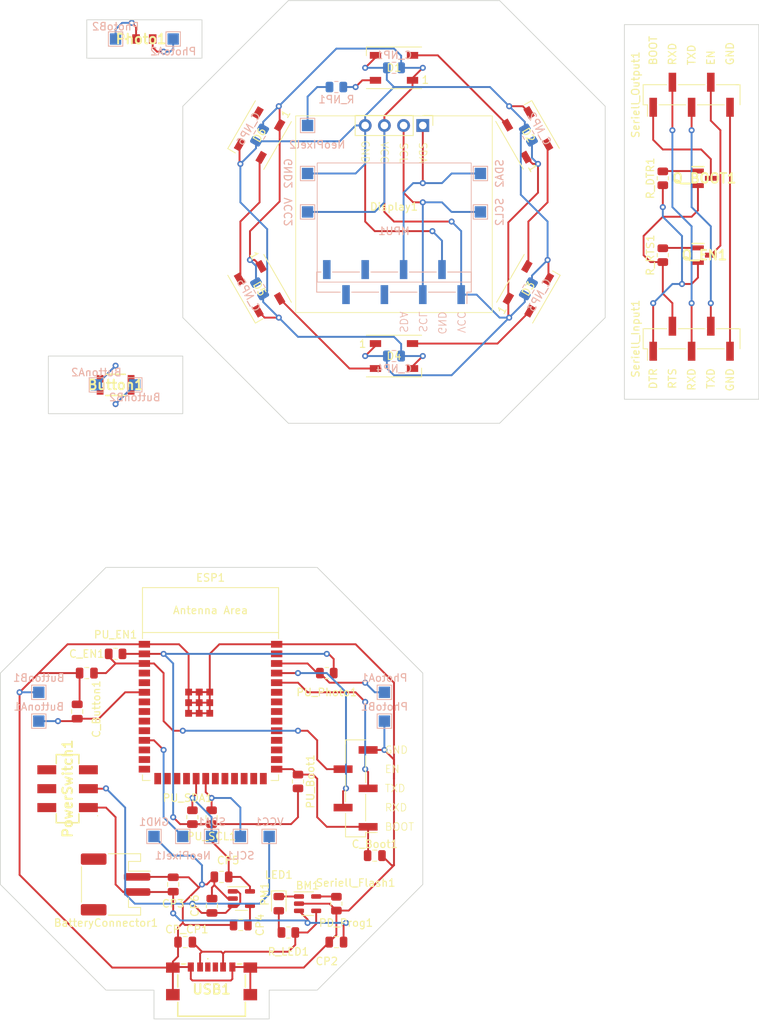
<source format=kicad_pcb>
(kicad_pcb (version 20221018) (generator pcbnew)
  (layers (0 "F.Cu" signal) (31 "B.Cu" signal) (34 "B.Paste" user) (35 "F.Paste" user) (36 "B.SilkS" user "B.Silkscreen") (37 "F.SilkS" user "F.Silkscreen") (38 "B.Mask" user) (39 "F.Mask" user) (44 "Edge.Cuts" user))
  (net 0 "")
  (net 1 "GND")
  (net 2 "+4V")
  (net 3 "+3.3V")
  (net 4 "Net-(D1-DOUT)")
  (net 5 "Net-(D1-DIN)")
  (net 6 "Net-(D2-DOUT)")
  (net 7 "Net-(D3-DOUT)")
  (net 8 "Net-(D4-DOUT)")
  (net 9 "Net-(D5-DOUT)")
  (net 11 "VCC_Top")
  (net 12 "GND_Top")
  (net 13 "Net-(Seriell_Input1-Pin_4)")
  (net 14 "Net-(Seriell_Input1-Pin_3)")
  (net 15 "Net-(Seriell_Input1-Pin_5)")
  (net 20 "Net-(BM1-V_{BAT})")
  (net 21 "Net-(BM1-STAT)")
  (net 22 "Net-(LED1-A)")
  (net 23 "Net-(BM1-V_{DD})")
  (net 28 "SDA_Top")
  (net 32 "Button")
  (net 33 "Boot")
  (net 34 "EN")
  (net 35 "Photo")
  (net 36 "Net-(Q_BOOT1-G)")
  (net 37 "Net-(Q_BOOT1-S)")
  (net 38 "Net-(Q_BOOT1-D)")
  (net 39 "Net-(Q_EN1-G)")
  (net 40 "Net-(Q_EN1-S)")
  (net 41 "Net-(Q_EN1-D)")
  (net 42 "RXD")
  (net 43 "TXD")
  (net 44 "Net-(Button1-Pad4)")
  (net 72 "Net-(Photo1-E)")
  (net 73 "Net-(Photo1-C)")
  (net 74 "Net-(Button1-Pad2)")
  (net 76 "SCL_Top")
  (net 77 "SDA_Bottom")
  (net 78 "SCL_Bottom")
  (net 79 "NeoPixel_Bottom")
  (net 80 "NeoPixel_Top")
  (net 81 "Net-(BM1-PROG)")
  (net 82 "Net-(PM1-Bypass)")
  (footprint "LED_SMD:LED_WS2812B_PLCC4_5.0x5.0mm_P3.2mm" (layer "F.Cu") (at 151.13 69.85)
    (fp_text reference "D4")
    (fp_text value "NP4")
  )
  (footprint "PCM_Espressif:ESP32-S3-WROOM-1" (layer "F.Cu") (at 126.86 116.21)
    (fp_text reference "ESP1")
    (fp_text value "ESP32-S3-WROOM-1")
  )
  (footprint "Connector_JST:JST_PH_S2B-PH-SM4-TB_1x02-1MP_P2.00mm_Horizontal" (layer "F.Cu") (at 114.3 139.7 -90)
    (fp_text reference "BatteryConnector1")
    (fp_text value "BatteryConnector")
  )
  (footprint "Capacitor_SMD:C_0805_2012Metric" (layer "F.Cu") (at 110.49 111.76)
    (fp_text reference "C_EN1")
    (fp_text value "470nF")
  )
  (footprint "2N7002:SOT96P240X120-3N" (layer "F.Cu") (at 192.19 46.355)
    (fp_text reference "Q_BOOT1")
    (fp_text value "2N7002" hide)
  )
  (footprint "Package_TO_SOT_SMD:SOT-23-5" (layer "F.Cu") (at 130.9425 141.565)
    (fp_text reference "PM1")
    (fp_text value "TC1185-xCT")
  )
  (footprint "Resistor_SMD:R_0805_2012Metric" (layer "F.Cu") (at 127 130.81 -90)
    (fp_text reference "PU_SCL1")
    (fp_text value "10kΩ")
  )
  (footprint "KMR631NGULCLFS:KMR621NG" (layer "F.Cu") (at 114.3 73.66)
    (fp_text reference "Button1")
    (fp_text value "KMR631NGULCLFS" hide)
  )
  (footprint "2N7002:SOT96P240X120-3N" (layer "F.Cu") (at 192.19 56.515)
    (fp_text reference "Q_EN1")
    (fp_text value "2N7002" hide)
  )
  (footprint "Resistor_SMD:R_0805_2012Metric" (layer "F.Cu") (at 142.24 111.76)
    (fp_text reference "PU_Photo1")
    (fp_text value "100kΩ")
  )
  (footprint "Package_TO_SOT_SMD:SOT-23-5" (layer "F.Cu") (at 139.7 142.24)
    (fp_text reference "BM1")
    (fp_text value "MCP73831-2-OT")
  )
  (footprint "Resistor_SMD:R_0805_2012Metric" (layer "F.Cu") (at 124.46 130.81 -90)
    (fp_text reference "PU_SDA1")
    (fp_text value "10kΩ")
  )
  (footprint "Capacitor_SMD:C_0805_2012Metric" (layer "F.Cu") (at 109.22 116.84 90)
    (fp_text reference "C_Button1")
    (fp_text value "0.1µF")
  )
  (footprint "Resistor_SMD:R_0805_2012Metric" (layer "F.Cu") (at 186.69 46.355 90)
    (fp_text reference "R_DTR1")
    (fp_text value "10kΩ")
  )
  (footprint "Capacitor_SMD:C_0805_2012Metric" (layer "F.Cu") (at 121.92 139.7 90)
    (fp_text reference "CP3")
    (fp_text value "1µF")
  )
  (footprint "Resistor_SMD:R_0805_2012Metric" (layer "F.Cu") (at 143.51 142.24 -90)
    (fp_text reference "PD_Prog1")
    (fp_text value "2kΩ")
  )
  (footprint "USB4135-GF-A:USB4135GFA" (layer "F.Cu") (at 127 153.67)
    (fp_text reference "USB1")
    (fp_text value "USB4135-GF-A" hide)
  )
  (footprint "Resistor_SMD:R_0805_2012Metric" (layer "F.Cu") (at 114.3 109.22)
    (fp_text reference "PU_EN1")
    (fp_text value "10kΩ")
  )
  (footprint "Resistor_SMD:R_0805_2012Metric" (layer "F.Cu") (at 186.69 56.515 90)
    (fp_text reference "R_RTS1")
    (fp_text value "10kΩ")
  )
  (footprint "Capacitor_SMD:C_0805_2012Metric" (layer "F.Cu") (at 123.51 147.32 180)
    (fp_text reference "CP_CP1")
    (fp_text value "4.7µF")
  )
  (footprint "Connector_PinHeader_2.54mm:PinHeader_1x05_P2.54mm_Vertical_SMD_Pin1Left" (layer "F.Cu") (at 190.5 35.31 90)
    (fp_text reference "Seriell_Output1")
    (fp_text value "Output")
  )
  (footprint "Resistor_SMD:R_0805_2012Metric" (layer "F.Cu") (at 138.43 126.0875 -90)
    (fp_text reference "PU_Boot1")
    (fp_text value "10kΩ")
  )
  (footprint "LED_SMD:LED_WS2812B_PLCC4_5.0x5.0mm_P3.2mm" (layer "F.Cu") (at 168.796058 40.613238 120)
    (fp_text reference "D2")
    (fp_text value "NP2")
  )
  (footprint "Connector_PinHeader_2.54mm:PinHeader_1x04_P2.54mm_Vertical" (layer "F.Cu") (at 154.94 39.37 -90)
    (fp_text reference "Display1")
    (fp_text value "OLED Display")
  )
  (footprint "Capacitor_SMD:C_0805_2012Metric" (layer "F.Cu") (at 127.045 142.515 90)
    (fp_text reference "CP6")
    (fp_text value "1µF")
  )
  (footprint "Connector_PinHeader_2.54mm:PinHeader_1x05_P2.54mm_Vertical_SMD_Pin1Left" (layer "F.Cu") (at 146.05 127 180)
    (fp_text reference "Seriell_Flash1")
    (fp_text value "Flash")
  )
  (footprint "Capacitor_SMD:C_0805_2012Metric" (layer "F.Cu") (at 130.855 145.055 180)
    (fp_text reference "CP4")
    (fp_text value "470pF")
  )
  (footprint "LED_SMD:LED_WS2812B_PLCC4_5.0x5.0mm_P3.2mm" (layer "F.Cu") (at 168.91 60.96 60)
    (fp_text reference "D3")
    (fp_text value "NP3")
  )
  (footprint "Capacitor_SMD:C_0805_2012Metric" (layer "F.Cu") (at 148.59 135.89 180)
    (fp_text reference "C_Boot1")
    (fp_text value "0.1µF")
  )
  (footprint "Connector_PinHeader_2.54mm:PinHeader_1x05_P2.54mm_Vertical_SMD_Pin1Left" (layer "F.Cu") (at 190.5 67.56 90)
    (fp_text reference "Seriell_Input1")
    (fp_text value "Input")
  )
  (footprint "Resistor_SMD:R_0805_2012Metric" (layer "F.Cu") (at 137.16 146.05 180)
    (fp_text reference "R_LED1")
    (fp_text value "330Ω")
  )
  (footprint "SFH_3711:SFH3711" (layer "F.Cu") (at 118.11 27.94)
    (fp_text reference "Photo1")
    (fp_text value "SFH_3711" hide)
  )
  (footprint "LED_SMD:LED_WS2812B_PLCC4_5.0x5.0mm_P3.2mm" (layer "F.Cu") (at 133.35 40.64 -120)
    (fp_text reference "D6")
    (fp_text value "NP6")
  )
  (footprint "JS202011SCQN:JS202011SCQN" (layer "F.Cu") (at 107.95 127.04 90)
    (fp_text reference "PowerSwitch1")
    (fp_text value "JS202011SCQN" hide)
  )
  (footprint "LED_SMD:LED_WS2812B_PLCC4_5.0x5.0mm_P3.2mm" (layer "F.Cu") (at 151.13 31.75 180)
    (fp_text reference "D1")
    (fp_text value "NP1")
  )
  (footprint "Capacitor_SMD:C_0805_2012Metric" (layer "F.Cu") (at 128.315 138.705 180)
    (fp_text reference "CP5")
    (fp_text value "1µF")
  )
  (footprint "LED_SMD:LED_0805_2012Metric" (layer "F.Cu") (at 135.89 142.24 -90)
    (fp_text reference "LED1")
    (fp_text value "LED")
  )
  (footprint "Capacitor_SMD:C_0805_2012Metric" (layer "F.Cu") (at 143.51 147.32 180)
    (fp_text reference "CP2")
    (fp_text value "4.7µF")
  )
  (footprint "LED_SMD:LED_WS2812B_PLCC4_5.0x5.0mm_P3.2mm" (layer "F.Cu") (at 133.35 60.96 -60)
    (fp_text reference "D5")
    (fp_text value "NP5")
  )
  (footprint "TestPoint:TestPoint_Pad_1.5x1.5mm" (layer "B.Cu") (at 114.3 27.94 180)
    (fp_text reference "PhotoB2")
    (fp_text value "PhotoB2")
  )
  (footprint "Capacitor_SMD:C_0805_2012Metric" (layer "B.Cu") (at 168.91 40.64 120)
    (fp_text reference "C_NP2")
    (fp_text value "0.1µF")
  )
  (footprint "TestPoint:TestPoint_Pad_1.5x1.5mm" (layer "B.Cu") (at 121.92 27.94)
    (fp_text reference "PhotoA2")
    (fp_text value "PhotoA2")
  )
  (footprint "TestPoint:TestPoint_Pad_1.5x1.5mm" (layer "B.Cu") (at 139.7 39.37)
    (fp_text reference "NeoPixel2")
    (fp_text value "NeoPixel2")
  )
  (footprint "Capacitor_SMD:C_0805_2012Metric" (layer "B.Cu") (at 151.13 69.85)
    (fp_text reference "C_NP4")
    (fp_text value "0.1µF")
  )
  (footprint "Resistor_SMD:R_0805_2012Metric" (layer "B.Cu") (at 143.51 34.29)
    (fp_text reference "R_NP1")
    (fp_text value "330Ω")
  )
  (footprint "TestPoint:TestPoint_Pad_1.5x1.5mm" (layer "B.Cu") (at 127 133.35 90)
    (fp_text reference "SDA1")
    (fp_text value "SDA1")
  )
  (footprint "Connector_PinHeader_2.54mm:PinHeader_1x08_P2.54mm_Vertical_SMD_Pin1Left" (layer "B.Cu") (at 151.13 60.075 90)
    (fp_text reference "MPU1")
    (fp_text value "Conn_01x08_Pin")
  )
  (footprint "TestPoint:TestPoint_Pad_1.5x1.5mm" (layer "B.Cu") (at 104.14 114.3 180)
    (fp_text reference "ButtonB1")
    (fp_text value "ButtonB1")
  )
  (footprint "TestPoint:TestPoint_Pad_1.5x1.5mm" (layer "B.Cu") (at 119.38 133.35 90)
    (fp_text reference "GND1")
    (fp_text value "GND1")
  )
  (footprint "Capacitor_SMD:C_0805_2012Metric" (layer "B.Cu") (at 168.91 60.96 60)
    (fp_text reference "C_NP3")
    (fp_text value "0.1µF")
  )
  (footprint "Capacitor_SMD:C_0805_2012Metric" (layer "B.Cu") (at 151.13 31.75 180)
    (fp_text reference "C_NP1")
    (fp_text value "0.1µF")
  )
  (footprint "TestPoint:TestPoint_Pad_1.5x1.5mm" (layer "B.Cu") (at 116.84 73.66)
    (fp_text reference "ButtonB2")
    (fp_text value "ButtonB2")
  )
  (footprint "TestPoint:TestPoint_Pad_1.5x1.5mm" (layer "B.Cu") (at 123.19 133.35 -90)
    (fp_text reference "NeoPixel1")
    (fp_text value "NeoPixel1")
  )
  (footprint "TestPoint:TestPoint_Pad_1.5x1.5mm" (layer "B.Cu") (at 162.56 45.72 180)
    (fp_text reference "SDA2")
    (fp_text value "SDA2")
  )
  (footprint "Capacitor_SMD:C_0805_2012Metric" (layer "B.Cu") (at 133.35 60.96 -60)
    (fp_text reference "C_NP5")
    (fp_text value "0.1µF")
  )
  (footprint "TestPoint:TestPoint_Pad_1.5x1.5mm" (layer "B.Cu") (at 104.14 118.11 90)
    (fp_text reference "ButtonA1")
    (fp_text value "ButtonA1")
  )
  (footprint "TestPoint:TestPoint_Pad_1.5x1.5mm" (layer "B.Cu") (at 134.62 133.35 90)
    (fp_text reference "VCC1")
    (fp_text value "VCC1")
  )
  (footprint "TestPoint:TestPoint_Pad_1.5x1.5mm" (layer "B.Cu") (at 149.86 118.11 180)
    (fp_text reference "PhotoB1")
    (fp_text value "PhotoB1")
  )
  (footprint "Capacitor_SMD:C_0805_2012Metric" (layer "B.Cu") (at 133.35 40.64 -120)
    (fp_text reference "C_NP6")
    (fp_text value "0.1µF")
  )
  (footprint "TestPoint:TestPoint_Pad_1.5x1.5mm" (layer "B.Cu") (at 130.81 133.35 90)
    (fp_text reference "SCL1")
    (fp_text value "SCL1")
  )
  (footprint "TestPoint:TestPoint_Pad_1.5x1.5mm" (layer "B.Cu") (at 162.56 50.8)
    (fp_text reference "SCL2")
    (fp_text value "SCL2")
  )
  (footprint "TestPoint:TestPoint_Pad_1.5x1.5mm" (layer "B.Cu") (at 139.7 45.72)
    (fp_text reference "GND2")
    (fp_text value "GND2")
  )
  (footprint "TestPoint:TestPoint_Pad_1.5x1.5mm" (layer "B.Cu") (at 111.76 73.66 180)
    (fp_text reference "ButtonA2")
    (fp_text value "ButtonA2")
  )
  (footprint "TestPoint:TestPoint_Pad_1.5x1.5mm" (layer "B.Cu") (at 149.86 114.3 180)
    (fp_text reference "PhotoA1")
    (fp_text value "PhotoA1")
  )
  (footprint "TestPoint:TestPoint_Pad_1.5x1.5mm" (layer "B.Cu") (at 139.7 50.8 180)
    (fp_text reference "VCC2")
    (fp_text value "VCC2")
  )
  (gr_rect (start 181.61 75.565) (end 199.39 26.035) (stroke (width 0.1)) (fill none) (layer "Edge.Cuts"))
  (gr_poly (pts (xy 123.19 36.83) (xy 137.16 22.86) (xy 165.1 22.86) (xy 179.07 36.83) (xy 179.07 64.77) (xy 165.1 78.74) (xy 137.16 78.74) (xy 123.19 64.77)) (stroke (width 0.1)) (fill none) (layer "Edge.Cuts"))
  (gr_rect (start 105.41 69.85) (end 123.19 77.47) (stroke (width 0.1)) (fill none) (layer "Edge.Cuts"))
  (gr_rect (start 110.49 25.4) (end 125.73 30.48) (stroke (width 0.1)) (fill none) (layer "Edge.Cuts"))
  (gr_poly (pts (xy 113.03 97.79) (xy 140.97 97.79) (xy 154.94 111.76) (xy 154.94 139.7) (xy 140.97 153.67) (xy 134.62 153.67) (xy 134.62 157.48) (xy 119.38 157.48) (xy 119.38 153.67) (xy 113.03 153.67) (xy 99.06 139.7) (xy 99.06 111.76)) (stroke (width 0.1)) (fill none) (layer "Edge.Cuts"))
  (segment (start 132.125 150.69) (end 139.19 150.69) (width 0.25) (layer "F.Cu") (net 1))
  (segment (start 126.76 115.67) (end 123.96 115.67) (width 0.25) (layer "F.Cu") (net 1))
  (segment (start 124.25 152.19) (end 124.25 150.615) (width 0.25) (layer "F.Cu") (net 1))
  (segment (start 135.61 107.95) (end 128.03 107.95) (width 0.25) (layer "F.Cu") (net 1))
  (segment (start 129.75 152.19) (end 129.54 152.4) (width 0.25) (layer "F.Cu") (net 1))
  (segment (start 104.14 111.76) (end 101.6 114.3) (width 0.25) (layer "F.Cu") (net 1))
  (segment (start 104.14 111.76) (end 107.95 107.95) (width 0.25) (layer "F.Cu") (net 1))
  (segment (start 123.465 145.055) (end 123.19 144.78) (width 0.25) (layer "F.Cu") (net 1))
  (segment (start 127.045 140.107499) (end 127.045 141.565) (width 0.25) (layer "F.Cu") (net 1))
  (segment (start 151.13 125.73) (end 151.13 123.19) (width 0.25) (layer "F.Cu") (net 1))
  (segment (start 122.56 147.32) (end 122.56 145.41) (width 0.25) (layer "F.Cu") (net 1))
  (segment (start 149.86 121.92) (end 147.705 121.92) (width 0.25) (layer "F.Cu") (net 1))
  (segment (start 125.322501 140.107499) (end 125.73 139.7) (width 0.25) (layer "F.Cu") (net 1))
  (segment (start 125.73 139.7) (end 126.37 139.7) (width 0.25) (layer "F.Cu") (net 1))
  (segment (start 126.37 139.7) (end 127.365 138.705) (width 0.25) (layer "F.Cu") (net 1))
  (segment (start 126.76 114.27) (end 126.76 117.07) (width 0.25) (layer "F.Cu") (net 1))
  (segment (start 121.875 150.69) (end 121.875 154.27) (width 0.25) (layer "F.Cu") (net 1))
  (segment (start 135.61 107.95) (end 146.05 107.95) (width 0.25) (layer "F.Cu") (net 1))
  (segment (start 117.15 138.7) (end 121.87 138.7) (width 0.25) (layer "F.Cu") (net 1))
  (segment (start 123.96 114.27) (end 126.76 114.27) (width 0.25) (layer "F.Cu") (net 1))
  (segment (start 122.56 149.22) (end 121.875 149.905) (width 0.25) (layer "F.Cu") (net 1))
  (segment (start 125.36 114.27) (end 125.36 117.07) (width 0.25) (layer "F.Cu") (net 1))
  (segment (start 142.56 147.32) (end 139.19 150.69) (width 0.25) (layer "F.Cu") (net 1))
  (segment (start 129.75 150.615) (end 132.05 150.615) (width 0.25) (layer "F.Cu") (net 1))
  (segment (start 127.365 139.787499) (end 127.365 138.705) (width 0.25) (layer "F.Cu") (net 1))
  (segment (start 109.54 115.57) (end 109.22 115.89) (width 0.25) (layer "F.Cu") (net 1))
  (segment (start 123.965002 138.75) (end 125.322501 140.107499) (width 0.25) (layer "F.Cu") (net 1))
  (segment (start 146.05 107.95) (end 151.13 113.03) (width 0.25) (layer "F.Cu") (net 1))
  (segment (start 129.75 150.615) (end 129.75 152.19) (width 0.25) (layer "F.Cu") (net 1))
  (segment (start 151.13 113.03) (end 151.13 125.73) (width 0.25) (layer "F.Cu") (net 1))
  (segment (start 101.6 114.3) (end 101.6 138.43) (width 0.25) (layer "F.Cu") (net 1))
  (segment (start 151.13 123.19) (end 149.86 121.92) (width 0.25) (layer "F.Cu") (net 1))
  (segment (start 118.11 107.95) (end 107.95 107.95) (width 0.25) (layer "F.Cu") (net 1))
  (segment (start 124.25 150.615) (end 121.95 150.615) (width 0.25) (layer "F.Cu") (net 1))
  (segment (start 123.19 142.24) (end 125.322501 140.107499) (width 0.25) (layer "F.Cu") (net 1))
  (segment (start 149.54 135.89) (end 150.81 137.16) (width 0.25) (layer "F.Cu") (net 1))
  (segment (start 121.87 138.7) (end 121.92 138.75) (width 0.25) (layer "F.Cu") (net 1))
  (segment (start 118.11 107.95) (end 122.69 107.95) (width 0.25) (layer "F.Cu") (net 1))
  (segment (start 150.81 137.16) (end 151.13 137.16) (width 0.25) (layer "F.Cu") (net 1))
  (segment (start 143.51 143.1525) (end 143.51 146.37) (width 0.25) (layer "F.Cu") (net 1))
  (segment (start 129.805 141.565) (end 129.142501 141.565) (width 0.25) (layer "F.Cu") (net 1))
  (segment (start 123.96 117.07) (end 126.76 117.07) (width 0.25) (layer "F.Cu") (net 1))
  (segment (start 123.19 144.78) (end 123.19 142.24) (width 0.25) (layer "F.Cu") (net 1))
  (segment (start 129.905 145.055) (end 123.465 145.055) (width 0.25) (layer "F.Cu") (net 1))
  (segment (start 138.5625 142.24) (end 142.5975 142.24) (width 0.25) (layer "F.Cu") (net 1))
  (segment (start 128.03 107.95) (end 126.76 109.22) (width 0.25) (layer "F.Cu") (net 1))
  (segment (start 122.56 147.32) (end 122.56 149.22) (width 0.25) (layer "F.Cu") (net 1))
  (segment (start 127.365 139.787499) (end 127.045 140.107499) (width 0.25) (layer "F.Cu") (net 1))
  (segment (start 121.875 149.905) (end 121.875 150.69) (width 0.25) (layer "F.Cu") (net 1))
  (segment (start 151.13 137.16) (end 151.13 125.73) (width 0.25) (layer "F.Cu") (net 1))
  (segment (start 113.86 150.69) (end 121.875 150.69) (width 0.25) (layer "F.Cu") (net 1))
  (segment (start 123.96 114.27) (end 123.96 117.07) (width 0.25) (layer "F.Cu") (net 1))
  (segment (start 143.51 146.37) (end 142.56 147.32) (width 0.25) (layer "F.Cu") (net 1))
  (segment (start 121.92 138.75) (end 123.965002 138.75) (width 0.25) (layer "F.Cu") (net 1))
  (segment (start 132.05 150.615) (end 132.125 150.69) (width 0.25) (layer "F.Cu") (net 1))
  (segment (start 109.54 111.76) (end 104.14 111.76) (width 0.25) (layer "F.Cu") (net 1))
  (segment (start 129.142501 141.565) (end 127.365 139.787499) (width 0.25) (layer "F.Cu") (net 1))
  (segment (start 101.6 138.43) (end 113.86 150.69) (width 0.25) (layer "F.Cu") (net 1))
  (segment (start 143.51 143.1525) (end 145.1375 143.1525) (width 0.25) (layer "F.Cu") (net 1))
  (segment (start 122.69 107.95) (end 123.96 109.22) (width 0.25) (layer "F.Cu") (net 1))
  (segment (start 132.125 150.69) (end 132.125 154.27) (width 0.25) (layer "F.Cu") (net 1))
  (segment (start 121.95 150.615) (end 121.875 150.69) (width 0.25) (layer "F.Cu") (net 1))
  (segment (start 123.96 109.22) (end 123.96 114.27) (width 0.25) (layer "F.Cu") (net 1))
  (segment (start 129.54 152.4) (end 124.46 152.4) (width 0.25) (layer "F.Cu") (net 1))
  (segment (start 122.56 145.41) (end 123.19 144.78) (width 0.25) (layer "F.Cu") (net 1))
  (segment (start 124.46 152.4) (end 124.25 152.19) (width 0.25) (layer "F.Cu") (net 1))
  (segment (start 142.5975 142.24) (end 143.51 143.1525) (width 0.25) (layer "F.Cu") (net 1))
  (segment (start 109.54 111.76) (end 109.54 115.57) (width 0.25) (layer "F.Cu") (net 1))
  (segment (start 145.1375 143.1525) (end 151.13 137.16) (width 0.25) (layer "F.Cu") (net 1))
  (segment (start 126.76 109.22) (end 126.76 114.27) (width 0.25) (layer "F.Cu") (net 1))
  (via (at 125.73 139.7) (size 0.8) (drill 0.4) (layers "F.Cu" "B.Cu") (net 1))
  (via (at 101.6 114.3) (size 0.8) (drill 0.4) (layers "F.Cu" "B.Cu") (net 1))
  (via (at 149.86 121.92) (size 0.8) (drill 0.4) (layers "F.Cu" "B.Cu") (net 1))
  (segment (start 125.73 137.16) (end 125.73 139.7) (width 0.25) (layer "B.Cu") (net 1))
  (segment (start 149.86 118.11) (end 149.86 121.92) (width 0.25) (layer "B.Cu") (net 1))
  (segment (start 101.6 114.3) (end 104.14 114.3) (width 0.25) (layer "B.Cu") (net 1))
  (segment (start 119.38 133.35) (end 121.92 135.89) (width 0.25) (layer "B.Cu") (net 1))
  (segment (start 121.92 135.89) (end 124.46 135.89) (width 0.25) (layer "B.Cu") (net 1))
  (segment (start 124.46 135.89) (end 125.73 137.16) (width 0.25) (layer "B.Cu") (net 1))
  (segment (start 129.805 142.515) (end 128.855 143.465) (width 0.25) (layer "F.Cu") (net 2))
  (segment (start 110.7 127.04) (end 113.07 127.04) (width 0.25) (layer "F.Cu") (net 2))
  (segment (start 125.685 143.465) (end 124.46 142.24) (width 0.25) (layer "F.Cu") (net 2))
  (segment (start 128.855 143.465) (end 127.045 143.465) (width 0.25) (layer "F.Cu") (net 2))
  (segment (start 127.045 143.465) (end 125.685 143.465) (width 0.25) (layer "F.Cu") (net 2))
  (segment (start 130.7925 142.189999) (end 130.467499 142.515) (width 0.25) (layer "F.Cu") (net 2))
  (segment (start 130.467499 142.515) (end 129.805 142.515) (width 0.25) (layer "F.Cu") (net 2))
  (segment (start 130.467499 140.615) (end 130.7925 140.940001) (width 0.25) (layer "F.Cu") (net 2))
  (segment (start 129.805 140.615) (end 130.467499 140.615) (width 0.25) (layer "F.Cu") (net 2))
  (segment (start 130.7925 140.940001) (end 130.7925 142.189999) (width 0.25) (layer "F.Cu") (net 2))
  (via (at 113.03 127) (size 0.8) (drill 0.4) (layers "F.Cu" "B.Cu") (net 2))
  (via (at 124.46 142.24) (size 0.8) (drill 0.4) (layers "F.Cu" "B.Cu") (net 2))
  (segment (start 116.84 142.24) (end 115.57 140.97) (width 0.25) (layer "B.Cu") (net 2))
  (segment (start 115.57 140.97) (end 115.57 129.54) (width 0.25) (layer "B.Cu") (net 2))
  (segment (start 115.57 129.54) (end 113.03 127) (width 0.25) (layer "B.Cu") (net 2))
  (segment (start 134.62 133.35) (end 134.62 140.97) (width 0.25) (layer "B.Cu") (net 2))
  (segment (start 133.35 142.24) (end 124.46 142.24) (width 0.25) (layer "B.Cu") (net 2))
  (segment (start 124.46 142.24) (end 116.84 142.24) (width 0.25) (layer "B.Cu") (net 2))
  (segment (start 134.62 140.97) (end 133.35 142.24) (width 0.25) (layer "B.Cu") (net 2))
  (segment (start 132.08 139.975) (end 132.08 140.615) (width 0.25) (layer "F.Cu") (net 3))
  (segment (start 127 131.7225) (end 124.46 131.7225) (width 0.25) (layer "F.Cu") (net 3))
  (segment (start 127 131.7225) (end 127 133.985) (width 0.25) (layer "F.Cu") (net 3))
  (segment (start 143.1525 109.893896) (end 143.1525 111.76) (width 0.25) (layer "F.Cu") (net 3))
  (segment (start 122.8325 131.7225) (end 121.92 130.81) (width 0.25) (layer "F.Cu") (net 3))
  (segment (start 118.11 109.22) (end 115.2125 109.22) (width 0.25) (layer "F.Cu") (net 3))
  (segment (start 137.5175 131.7225) (end 127 131.7225) (width 0.25) (layer "F.Cu") (net 3))
  (segment (start 138.43 127) (end 138.43 130.81) (width 0.25) (layer "F.Cu") (net 3))
  (segment (start 142.478604 109.22) (end 143.1525 109.893896) (width 0.25) (layer "F.Cu") (net 3))
  (segment (start 142.24 109.22) (end 142.478604 109.22) (width 0.25) (layer "F.Cu") (net 3))
  (segment (start 130.81 138.705) (end 132.08 139.975) (width 0.25) (layer "F.Cu") (net 3))
  (segment (start 138.43 130.81) (end 137.5175 131.7225) (width 0.25) (layer "F.Cu") (net 3))
  (segment (start 129.265 136.25) (end 129.265 138.705) (width 0.25) (layer "F.Cu") (net 3))
  (segment (start 124.46 131.7225) (end 122.8325 131.7225) (width 0.25) (layer "F.Cu") (net 3))
  (segment (start 127 133.985) (end 129.265 136.25) (width 0.25) (layer "F.Cu") (net 3))
  (segment (start 118.11 109.22) (end 120.65 109.22) (width 0.25) (layer "F.Cu") (net 3))
  (segment (start 129.265 138.705) (end 130.81 138.705) (width 0.25) (layer "F.Cu") (net 3))
  (via (at 121.92 130.81) (size 0.8) (drill 0.4) (layers "F.Cu" "B.Cu") (net 3))
  (via (at 142.24 109.22) (size 0.8) (drill 0.4) (layers "F.Cu" "B.Cu") (net 3))
  (via (at 120.65 109.22) (size 0.8) (drill 0.4) (layers "F.Cu" "B.Cu") (net 3))
  (segment (start 121.92 110.49) (end 120.65 109.22) (width 0.25) (layer "B.Cu") (net 3))
  (segment (start 121.92 130.81) (end 121.92 110.49) (width 0.25) (layer "B.Cu") (net 3))
  (segment (start 120.65 109.22) (end 142.24 109.22) (width 0.25) (layer "B.Cu") (net 3))
  (segment (start 153.58 30.1) (end 156.92564 30.1) (width 0.25) (layer "F.Cu") (net 4))
  (segment (start 156.92564 30.1) (end 166.142116 39.316476) (width 0.25) (layer "F.Cu") (net 4))
  (segment (start 146.05 34.29) (end 146.94 33.4) (width 0.25) (layer "F.Cu") (net 5))
  (segment (start 146.94 33.4) (end 148.68 33.4) (width 0.25) (layer "F.Cu") (net 5))
  (via (at 146.05 34.29) (size 0.8) (drill 0.4) (layers "F.Cu" "B.Cu") (net 5))
  (segment (start 146.05 34.29) (end 144.4225 34.29) (width 0.25) (layer "B.Cu") (net 5))
  (segment (start 168.91 52.07) (end 168.91 57.809296) (width 0.25) (layer "F.Cu") (net 6))
  (segment (start 171.45 49.53) (end 168.91 52.07) (width 0.25) (layer "F.Cu") (net 6))
  (segment (start 168.91 57.809296) (end 168.706058 58.013238) (width 0.25) (layer "F.Cu") (net 6))
  (segment (start 171.45 41.91) (end 171.45 49.53) (width 0.25) (layer "F.Cu") (net 6))
  (segment (start 164.820704 68.2) (end 169.113942 63.906762) (width 0.25) (layer "F.Cu") (net 7))
  (segment (start 153.58 68.2) (end 164.820704 68.2) (width 0.25) (layer "F.Cu") (net 7))
  (segment (start 148.68 71.5) (end 145.24718 71.5) (width 0.25) (layer "F.Cu") (net 8))
  (segment (start 145.24718 71.5) (end 136.003942 62.256762) (width 0.25) (layer "F.Cu") (net 8))
  (segment (start 130.81 59.549296) (end 130.81 52.07) (width 0.25) (layer "F.Cu") (net 9))
  (segment (start 130.696058 59.663238) (end 130.81 59.549296) (width 0.25) (layer "F.Cu") (net 9))
  (segment (start 133.35 43.790704) (end 133.35 49.53) (width 0.25) (layer "F.Cu") (net 9))
  (segment (start 133.553942 43.586762) (end 133.35 43.790704) (width 0.25) (layer "F.Cu") (net 9))
  (segment (start 133.35 49.53) (end 130.81 52.07) (width 0.25) (layer "F.Cu") (net 9))
  (segment (start 169.482116 44.45) (end 170.18 44.45) (width 0.25) (layer "F.Cu") (net 11))
  (segment (start 170.18 48.26) (end 170.18 44.45) (width 0.25) (layer "F.Cu") (net 11))
  (segment (start 166.256058 62.256762) (end 166.256058 64.656058) (width 0.25) (layer "F.Cu") (net 11))
  (segment (start 153.58 33.11) (end 154.94 31.75) (width 0.25) (layer "F.Cu") (net 11))
  (segment (start 136.003942 39.343238) (end 136.003942 49.416058) (width 0.25) (layer "F.Cu") (net 11))
  (segment (start 168.592116 43.56) (end 169.482116 44.45) (width 0.25) (layer "F.Cu") (net 11))
  (segment (start 136.003942 49.416058) (end 132.08 53.34) (width 0.25) (layer "F.Cu") (net 11))
  (segment (start 148.68 68.49) (end 147.32 69.85) (width 0.25) (layer "F.Cu") (net 11))
  (segment (start 166.256058 64.656058) (end 166.37 64.77) (width 0.25) (layer "F.Cu") (net 11))
  (segment (start 153.58 33.4) (end 153.58 33.11) (width 0.25) (layer "F.Cu") (net 11))
  (segment (start 153.58 34.38) (end 149.86 38.1) (width 0.25) (layer "F.Cu") (net 11))
  (segment (start 132.690704 57.15) (end 132.08 57.15) (width 0.25) (layer "F.Cu") (net 11))
  (segment (start 133.553942 58.013238) (end 132.690704 57.15) (width 0.25) (layer "F.Cu") (net 11))
  (segment (start 166.256058 62.256762) (end 166.256058 52.183942) (width 0.25) (layer "F.Cu") (net 11))
  (segment (start 149.86 38.1) (end 149.86 39.37) (width 0.25) (layer "F.Cu") (net 11))
  (segment (start 158.75 52.07) (end 151.13 52.07) (width 0.25) (layer "F.Cu") (net 11))
  (segment (start 136.003942 39.343238) (end 136.003942 36.943942) (width 0.25) (layer "F.Cu") (net 11))
  (segment (start 153.58 33.4) (end 153.58 34.38) (width 0.25) (layer "F.Cu") (net 11))
  (segment (start 149.86 50.8) (end 149.86 39.37) (width 0.25) (layer "F.Cu") (net 11))
  (segment (start 132.08 53.34) (end 132.08 57.15) (width 0.25) (layer "F.Cu") (net 11))
  (segment (start 166.256058 52.183942) (end 170.18 48.26) (width 0.25) (layer "F.Cu") (net 11))
  (segment (start 148.68 68.2) (end 148.68 68.49) (width 0.25) (layer "F.Cu") (net 11))
  (segment (start 151.13 52.07) (end 149.86 50.8) (width 0.25) (layer "F.Cu") (net 11))
  (segment (start 136.003942 36.943942) (end 135.89 36.83) (width 0.25) (layer "F.Cu") (net 11))
  (via (at 132.08 57.15) (size 0.8) (drill 0.4) (layers "F.Cu" "B.Cu") (net 11))
  (via (at 154.94 31.75) (size 0.8) (drill 0.4) (layers "F.Cu" "B.Cu") (net 11))
  (via (at 166.37 64.77) (size 0.8) (drill 0.4) (layers "F.Cu" "B.Cu") (net 11))
  (via (at 135.89 36.83) (size 0.8) (drill 0.4) (layers "F.Cu" "B.Cu") (net 11))
  (via (at 158.75 52.07) (size 0.8) (drill 0.4) (layers "F.Cu" "B.Cu") (net 11))
  (via (at 170.18 44.45) (size 0.8) (drill 0.4) (layers "F.Cu" "B.Cu") (net 11))
  (via (at 147.32 69.85) (size 0.8) (drill 0.4) (layers "F.Cu" "B.Cu") (net 11))
  (segment (start 143.51 29.21) (end 135.89 36.83) (width 0.25) (layer "B.Cu") (net 11))
  (segment (start 132.08 57.15) (end 132.875 57.945) (width 0.25) (layer "B.Cu") (net 11))
  (segment (start 170.18 44.45) (end 169.385 43.655) (width 0.25) (layer "B.Cu") (net 11))
  (segment (start 165.1 64.77) (end 166.37 64.77) (width 0.25) (layer "B.Cu") (net 11))
  (segment (start 148.59 50.8) (end 149.86 49.53) (width 0.25) (layer "B.Cu") (net 11))
  (segment (start 166.37 64.77) (end 168.435 62.705) (width 0.25) (layer "B.Cu") (net 11))
  (segment (start 152.08 31.75) (end 154.94 31.75) (width 0.25) (layer "B.Cu") (net 11))
  (segment (start 168.435 62.705) (end 168.435 61.782724) (width 0.25) (layer "B.Cu") (net 11))
  (segment (start 152.08 30.16) (end 151.13 29.21) (width 0.25) (layer "B.Cu") (net 11))
  (segment (start 150.18 69.85) (end 150.18 71.44) (width 0.25) (layer "B.Cu") (net 11))
  (segment (start 160.02 61.73) (end 160.02 53.34) (width 0.25) (layer "B.Cu") (net 11))
  (segment (start 169.385 43.655) (end 169.385 41.462724) (width 0.25) (layer "B.Cu") (net 11))
  (segment (start 139.7 50.8) (end 148.59 50.8) (width 0.25) (layer "B.Cu") (net 11))
  (segment (start 160.02 61.73) (end 162.06 61.73) (width 0.25) (layer "B.Cu") (net 11))
  (segment (start 150.18 71.44) (end 151.13 72.39) (width 0.25) (layer "B.Cu") (net 11))
  (segment (start 150.18 69.85) (end 147.32 69.85) (width 0.25) (layer "B.Cu") (net 11))
  (segment (start 133.825 38.895) (end 133.825 39.817276) (width 0.25) (layer "B.Cu") (net 11))
  (segment (start 152.08 31.75) (end 152.08 30.16) (width 0.25) (layer "B.Cu") (net 11))
  (segment (start 132.875 57.945) (end 132.875 60.137276) (width 0.25) (layer "B.Cu") (net 11))
  (segment (start 158.75 72.39) (end 166.37 64.77) (width 0.25) (layer "B.Cu") (net 11))
  (segment (start 151.13 29.21) (end 143.51 29.21) (width 0.25) (layer "B.Cu") (net 11))
  (segment (start 135.89 36.83) (end 133.825 38.895) (width 0.25) (layer "B.Cu") (net 11))
  (segment (start 149.86 49.53) (end 149.86 39.37) (width 0.25) (layer "B.Cu") (net 11))
  (segment (start 151.13 72.39) (end 158.75 72.39) (width 0.25) (layer "B.Cu") (net 11))
  (segment (start 160.02 53.34) (end 158.75 52.07) (width 0.25) (layer "B.Cu") (net 11))
  (segment (start 162.06 61.73) (end 165.1 64.77) (width 0.25) (layer "B.Cu") (net 11))
  (segment (start 148.68 30.39) (end 147.32 31.75) (width 0.25) (layer "F.Cu") (net 12))
  (segment (start 130.696058 44.336058) (end 130.81 44.45) (width 0.25) (layer "F.Cu") (net 12))
  (segment (start 171.45 57.15) (end 171.563942 57.263942) (width 0.25) (layer "F.Cu") (net 12))
  (segment (start 148.68 30.1) (end 148.68 30.39) (width 0.25) (layer "F.Cu") (net 12))
  (segment (start 171.563942 59.663238) (end 171.563942 57.263942) (width 0.25) (layer "F.Cu") (net 12))
  (segment (start 168.163524 36.83) (end 166.37 36.83) (width 0.25) (layer "F.Cu") (net 12))
  (segment (start 156.21 53.34) (end 148.59 53.34) (width 0.25) (layer "F.Cu") (net 12))
  (segment (start 133.146058 63.906762) (end 134.009296 64.77) (width 0.25) (layer "F.Cu") (net 12))
  (segment (start 134.009296 64.77) (end 135.89 64.77) (width 0.25) (layer "F.Cu") (net 12))
  (segment (start 148.59 53.34) (end 147.32 52.07) (width 0.25) (layer "F.Cu") (net 12))
  (segment (start 169 37.666476) (end 168.163524 36.83) (width 0.25) (layer "F.Cu") (net 12))
  (segment (start 153.58 71.5) (end 153.58 71.21) (width 0.25) (layer "F.Cu") (net 12))
  (segment (start 147.32 52.07) (end 147.32 39.37) (width 0.25) (layer "F.Cu") (net 12))
  (segment (start 153.58 71.21) (end 154.94 69.85) (width 0.25) (layer "F.Cu") (net 12))
  (segment (start 130.696058 41.936762) (end 130.696058 44.336058) (width 0.25) (layer "F.Cu") (net 12))
  (via (at 156.21 53.34) (size 0.8) (drill 0.4) (layers "F.Cu" "B.Cu") (net 12))
  (via (at 147.32 31.75) (size 0.8) (drill 0.4) (layers "F.Cu" "B.Cu") (net 12))
  (via (at 135.89 64.77) (size 0.8) (drill 0.4) (layers "F.Cu" "B.Cu") (net 12))
  (via (at 130.81 44.45) (size 0.8) (drill 0.4) (layers "F.Cu" "B.Cu") (net 12))
  (via (at 166.37 36.83) (size 0.8) (drill 0.4) (layers "F.Cu" "B.Cu") (net 12))
  (via (at 171.45 57.15) (size 0.8) (drill 0.4) (layers "F.Cu" "B.Cu") (net 12))
  (via (at 154.94 69.85) (size 0.8) (drill 0.4) (layers "F.Cu" "B.Cu") (net 12))
  (segment (start 171.45 52.07) (end 171.45 57.15) (width 0.25) (layer "B.Cu") (net 12))
  (segment (start 130.81 49.53) (end 134.355736 53.075736) (width 0.25) (layer "B.Cu") (net 12))
  (segment (start 130.81 44.45) (end 130.81 49.53) (width 0.25) (layer "B.Cu") (net 12))
  (segment (start 166.37 36.83) (end 163.83 34.29) (width 0.25) (layer "B.Cu") (net 12))
  (segment (start 146.05 39.37) (end 143.957276 41.462724) (width 0.25) (layer "B.Cu") (net 12))
  (segment (start 157.48 54.61) (end 156.21 53.34) (width 0.25) (layer "B.Cu") (net 12))
  (segment (start 167.904264 40.348012) (end 167.904264 48.524264) (width 0.25) (layer "B.Cu") (net 12))
  (segment (start 134.355736 61.251988) (end 133.825 61.782724) (width 0.25) (layer "B.Cu") (net 12))
  (segment (start 150.18 31.75) (end 147.32 31.75) (width 0.25) (layer "B.Cu") (net 12))
  (segment (start 132.875 42.385) (end 132.875 41.462724) (width 0.25) (layer "B.Cu") (net 12))
  (segment (start 147.32 39.37) (end 146.05 39.37) (width 0.25) (layer "B.Cu") (net 12))
  (segment (start 134.355736 53.075736) (end 134.355736 61.251988) (width 0.25) (layer "B.Cu") (net 12))
  (segment (start 163.83 34.29) (end 151.13 34.29) (width 0.25) (layer "B.Cu") (net 12))
  (segment (start 151.13 67.31) (end 138.43 67.31) (width 0.25) (layer "B.Cu") (net 12))
  (segment (start 150.18 31.75) (end 150.18 33.34) (width 0.25) (layer "B.Cu") (net 12))
  (segment (start 133.825 62.705) (end 135.89 64.77) (width 0.25) (layer "B.Cu") (net 12))
  (segment (start 171.45 57.15) (end 169.385 59.215) (width 0.25) (layer "B.Cu") (net 12))
  (segment (start 147.32 39.37) (end 147.32 38.1) (width 0.25) (layer "B.Cu") (net 12))
  (segment (start 133.825 61.782724) (end 133.825 62.705) (width 0.25) (layer "B.Cu") (net 12))
  (segment (start 147.32 44.45) (end 147.32 39.37) (width 0.25) (layer "B.Cu") (net 12))
  (segment (start 157.48 58.42) (end 157.48 54.61) (width 0.25) (layer "B.Cu") (net 12))
  (segment (start 167.904264 48.524264) (end 171.45 52.07) (width 0.25) (layer "B.Cu") (net 12))
  (segment (start 143.957276 41.462724) (end 132.875 41.462724) (width 0.25) (layer "B.Cu") (net 12))
  (segment (start 130.81 44.45) (end 132.875 42.385) (width 0.25) (layer "B.Cu") (net 12))
  (segment (start 152.08 69.85) (end 154.94 69.85) (width 0.25) (layer "B.Cu") (net 12))
  (segment (start 146.05 45.72) (end 147.32 44.45) (width 0.25) (layer "B.Cu") (net 12))
  (segment (start 139.7 45.72) (end 146.05 45.72) (width 0.25) (layer "B.Cu") (net 12))
  (segment (start 168.435 39.817276) (end 167.904264 40.348012) (width 0.25) (layer "B.Cu") (net 12))
  (segment (start 147.32 38.1) (end 151.13 34.29) (width 0.25) (layer "B.Cu") (net 12))
  (segment (start 150.18 33.34) (end 151.13 34.29) (width 0.25) (layer "B.Cu") (net 12))
  (segment (start 168.435 39.817276) (end 168.435 38.895) (width 0.25) (layer "B.Cu") (net 12))
  (segment (start 152.08 68.26) (end 151.13 67.31) (width 0.25) (layer "B.Cu") (net 12))
  (segment (start 168.435 38.895) (end 166.37 36.83) (width 0.25) (layer "B.Cu") (net 12))
  (segment (start 152.08 69.85) (end 152.08 68.26) (width 0.25) (layer "B.Cu") (net 12))
  (segment (start 169.385 59.215) (end 169.385 60.137276) (width 0.25) (layer "B.Cu") (net 12))
  (segment (start 138.43 67.31) (end 135.89 64.77) (width 0.25) (layer "B.Cu") (net 12))
  (segment (start 193.04 65.905) (end 193.04 62.865) (width 0.25) (layer "F.Cu") (net 13))
  (segment (start 190.5 36.965) (end 190.5 40.005) (width 0.25) (layer "F.Cu") (net 13))
  (via (at 193.04 62.865) (size 0.8) (drill 0.4) (layers "F.Cu" "B.Cu") (net 13))
  (via (at 190.5 40.005) (size 0.8) (drill 0.4) (layers "F.Cu" "B.Cu") (net 13))
  (segment (start 193.04 62.865) (end 193.04 52.705) (width 0.25) (layer "B.Cu") (net 13))
  (segment (start 190.5 50.165) (end 190.5 40.005) (width 0.25) (layer "B.Cu") (net 13))
  (segment (start 193.04 52.705) (end 190.5 50.165) (width 0.25) (layer "B.Cu") (net 13))
  (segment (start 187.96 33.655) (end 187.96 40.005) (width 0.25) (layer "F.Cu") (net 14))
  (segment (start 190.5 69.215) (end 190.5 62.865) (width 0.25) (layer "F.Cu") (net 14))
  (via (at 187.96 40.005) (size 0.8) (drill 0.4) (layers "F.Cu" "B.Cu") (net 14))
  (via (at 190.5 62.865) (size 0.8) (drill 0.4) (layers "F.Cu" "B.Cu") (net 14))
  (segment (start 190.5 52.705) (end 187.96 50.165) (width 0.25) (layer "B.Cu") (net 14))
  (segment (start 190.5 62.865) (end 190.5 52.705) (width 0.25) (layer "B.Cu") (net 14))
  (segment (start 187.96 50.165) (end 187.96 40.005) (width 0.25) (layer "B.Cu") (net 14))
  (segment (start 195.58 69.215) (end 195.58 36.965) (width 0.25) (layer "F.Cu") (net 15))
  (segment (start 139.7 144.3275) (end 139.7 144.78) (width 0.25) (layer "F.Cu") (net 20))
  (segment (start 113.03 129.54) (end 110.7 129.54) (width 0.25) (layer "F.Cu") (net 20))
  (segment (start 138.5625 143.19) (end 139.7 144.3275) (width 0.25) (layer "F.Cu") (net 20))
  (segment (start 144.78 144.78) (end 144.46 145.1) (width 0.25) (layer "F.Cu") (net 20))
  (segment (start 114.3 130.81) (end 113.03 129.54) (width 0.25) (layer "F.Cu") (net 20))
  (segment (start 121.92 143.51) (end 121.92 140.65) (width 0.25) (layer "F.Cu") (net 20))
  (segment (start 114.3 139.7) (end 114.3 130.81) (width 0.25) (layer "F.Cu") (net 20))
  (segment (start 117.15 140.7) (end 121.87 140.7) (width 0.25) (layer "F.Cu") (net 20))
  (segment (start 121.87 140.7) (end 121.92 140.65) (width 0.25) (layer "F.Cu") (net 20))
  (segment (start 144.46 145.1) (end 144.46 147.32) (width 0.25) (layer "F.Cu") (net 20))
  (segment (start 115.3 140.7) (end 114.3 139.7) (width 0.25) (layer "F.Cu") (net 20))
  (segment (start 117.15 140.7) (end 115.3 140.7) (width 0.25) (layer "F.Cu") (net 20))
  (via (at 139.7 144.78) (size 0.8) (drill 0.4) (layers "F.Cu" "B.Cu") (net 20))
  (via (at 121.92 143.51) (size 0.8) (drill 0.4) (layers "F.Cu" "B.Cu") (net 20))
  (via (at 144.78 144.78) (size 0.8) (drill 0.4) (layers "F.Cu" "B.Cu") (net 20))
  (segment (start 122.87 144.46) (end 121.92 143.51) (width 0.25) (layer "B.Cu") (net 20))
  (segment (start 139.7 144.78) (end 144.78 144.78) (width 0.25) (layer "B.Cu") (net 20))
  (segment (start 139.38 144.46) (end 139.7 144.78) (width 0.25) (layer "B.Cu") (net 20))
  (segment (start 122.87 144.46) (end 139.38 144.46) (width 0.25) (layer "B.Cu") (net 20))
  (segment (start 138.5625 141.29) (end 135.9025 141.29) (width 0.25) (layer "F.Cu") (net 21))
  (segment (start 135.9025 141.29) (end 135.89 141.3025) (width 0.25) (layer "F.Cu") (net 21))
  (segment (start 135.89 143.1775) (end 135.89 145.6925) (width 0.25) (layer "F.Cu") (net 22))
  (segment (start 135.89 145.6925) (end 136.2475 146.05) (width 0.25) (layer "F.Cu") (net 22))
  (segment (start 128.77 148.59) (end 128.52 148.84) (width 0.25) (layer "F.Cu") (net 23))
  (segment (start 140.8375 144.9125) (end 139.7 146.05) (width 0.25) (layer "F.Cu") (net 23))
  (segment (start 139.7 146.05) (end 138.0725 146.05) (width 0.25) (layer "F.Cu") (net 23))
  (segment (start 125.48 148.84) (end 125.73 148.59) (width 0.25) (layer "F.Cu") (net 23))
  (segment (start 125.48 150.615) (end 125.48 148.84) (width 0.25) (layer "F.Cu") (net 23))
  (segment (start 125.73 148.59) (end 124.46 147.32) (width 0.25) (layer "F.Cu") (net 23))
  (segment (start 128.52 148.84) (end 128.52 150.615) (width 0.25) (layer "F.Cu") (net 23))
  (segment (start 125.73 148.59) (end 128.27 148.59) (width 0.25) (layer "F.Cu") (net 23))
  (segment (start 138.0725 146.05) (end 138.0725 147.6775) (width 0.25) (layer "F.Cu") (net 23))
  (segment (start 137.16 148.59) (end 128.77 148.59) (width 0.25) (layer "F.Cu") (net 23))
  (segment (start 138.0725 147.6775) (end 137.16 148.59) (width 0.25) (layer "F.Cu") (net 23))
  (segment (start 140.8375 143.19) (end 140.8375 144.9125) (width 0.25) (layer "F.Cu") (net 23))
  (segment (start 128.27 148.59) (end 128.52 148.84) (width 0.25) (layer "F.Cu") (net 23))
  (segment (start 154.94 39.37) (end 154.94 46.99) (width 0.25) (layer "F.Cu") (net 28))
  (via (at 154.94 46.99) (size 0.8) (drill 0.4) (layers "F.Cu" "B.Cu") (net 28))
  (segment (start 152.4 48.26) (end 152.4 58.42) (width 0.25) (layer "B.Cu") (net 28))
  (segment (start 154.94 46.99) (end 153.67 46.99) (width 0.25) (layer "B.Cu") (net 28))
  (segment (start 153.67 46.99) (end 152.4 48.26) (width 0.25) (layer "B.Cu") (net 28))
  (segment (start 158.75 45.72) (end 157.48 46.99) (width 0.25) (layer "B.Cu") (net 28))
  (segment (start 157.48 46.99) (end 154.94 46.99) (width 0.25) (layer "B.Cu") (net 28))
  (segment (start 162.56 45.72) (end 158.75 45.72) (width 0.25) (layer "B.Cu") (net 28))
  (segment (start 108.9 118.11) (end 109.22 117.79) (width 0.25) (layer "F.Cu") (net 32))
  (segment (start 115.57 114.3) (end 112.08 117.79) (width 0.25) (layer "F.Cu") (net 32))
  (segment (start 118.11 114.3) (end 115.57 114.3) (width 0.25) (layer "F.Cu") (net 32))
  (segment (start 106.68 118.11) (end 108.9 118.11) (width 0.25) (layer "F.Cu") (net 32))
  (segment (start 112.08 117.79) (end 109.22 117.79) (width 0.25) (layer "F.Cu") (net 32))
  (via (at 106.68 118.11) (size 0.8) (drill 0.4) (layers "F.Cu" "B.Cu") (net 32))
  (segment (start 104.14 118.11) (end 106.68 118.11) (width 0.25) (layer "B.Cu") (net 32))
  (segment (start 142.24 132.08) (end 147.705 132.08) (width 0.25) (layer "F.Cu") (net 33))
  (segment (start 138.43 125.175) (end 140.415 125.175) (width 0.25) (layer "F.Cu") (net 33))
  (segment (start 140.415 125.175) (end 140.97 125.73) (width 0.25) (layer "F.Cu") (net 33))
  (segment (start 135.61 124.46) (end 137.715 124.46) (width 0.25) (layer "F.Cu") (net 33))
  (segment (start 140.97 130.81) (end 142.24 132.08) (width 0.25) (layer "F.Cu") (net 33))
  (segment (start 140.97 125.73) (end 140.97 130.81) (width 0.25) (layer "F.Cu") (net 33))
  (segment (start 137.715 124.46) (end 138.43 125.175) (width 0.25) (layer "F.Cu") (net 33))
  (segment (start 147.705 135.825) (end 147.64 135.89) (width 0.25) (layer "F.Cu") (net 33))
  (segment (start 147.705 132.08) (end 147.705 135.825) (width 0.25) (layer "F.Cu") (net 33))
  (segment (start 121.92 119.38) (end 123.19 119.38) (width 0.25) (layer "F.Cu") (net 34))
  (segment (start 114.3 110.49) (end 113.03 111.76) (width 0.25) (layer "F.Cu") (net 34))
  (segment (start 140.97 123.19) (end 140.97 120.65) (width 0.25) (layer "F.Cu") (net 34))
  (segment (start 119.38 110.49) (end 120.65 111.76) (width 0.25) (layer "F.Cu") (net 34))
  (segment (start 113.3875 109.5775) (end 114.3 110.49) (width 0.25) (layer "F.Cu") (net 34))
  (segment (start 139.7 119.38) (end 138.43 119.38) (width 0.25) (layer "F.Cu") (net 34))
  (segment (start 120.65 111.76) (end 120.65 118.11) (width 0.25) (layer "F.Cu") (net 34))
  (segment (start 144.395 124.46) (end 142.24 124.46) (width 0.25) (layer "F.Cu") (net 34))
  (segment (start 118.11 110.49) (end 119.38 110.49) (width 0.25) (layer "F.Cu") (net 34))
  (segment (start 118.11 110.49) (end 114.3 110.49) (width 0.25) (layer "F.Cu") (net 34))
  (segment (start 113.3875 109.22) (end 113.3875 109.5775) (width 0.25) (layer "F.Cu") (net 34))
  (segment (start 113.03 111.76) (end 111.44 111.76) (width 0.25) (layer "F.Cu") (net 34))
  (segment (start 140.97 120.65) (end 139.7 119.38) (width 0.25) (layer "F.Cu") (net 34))
  (segment (start 120.65 118.11) (end 121.92 119.38) (width 0.25) (layer "F.Cu") (net 34))
  (segment (start 142.24 124.46) (end 140.97 123.19) (width 0.25) (layer "F.Cu") (net 34))
  (via (at 123.19 119.38) (size 0.8) (drill 0.4) (layers "F.Cu" "B.Cu") (net 34))
  (via (at 138.43 119.38) (size 0.8) (drill 0.4) (layers "F.Cu" "B.Cu") (net 34))
  (segment (start 123.19 119.38) (end 138.43 119.38) (width 0.25) (layer "B.Cu") (net 34))
  (segment (start 135.61 110.49) (end 139.7 110.49) (width 0.25) (layer "F.Cu") (net 35))
  (segment (start 139.7 110.49) (end 140.97 111.76) (width 0.25) (layer "F.Cu") (net 35))
  (segment (start 142.5975 113.03) (end 147.32 113.03) (width 0.25) (layer "F.Cu") (net 35))
  (segment (start 140.97 111.76) (end 141.3275 111.76) (width 0.25) (layer "F.Cu") (net 35))
  (segment (start 141.3275 111.76) (end 142.5975 113.03) (width 0.25) (layer "F.Cu") (net 35))
  (via (at 147.32 113.03) (size 0.8) (drill 0.4) (layers "F.Cu" "B.Cu") (net 35))
  (segment (start 148.59 114.3) (end 149.86 114.3) (width 0.25) (layer "B.Cu") (net 35))
  (segment (start 147.32 113.03) (end 148.59 114.3) (width 0.25) (layer "B.Cu") (net 35))
  (segment (start 191.34 45.395) (end 186.7375 45.395) (width 0.25) (layer "F.Cu") (net 36))
  (segment (start 186.7375 45.395) (end 186.69 45.4425) (width 0.25) (layer "F.Cu") (net 36))
  (segment (start 184.15 53.975) (end 186.69 51.435) (width 0.25) (layer "F.Cu") (net 37))
  (segment (start 190.5 51.435) (end 191.34 50.595) (width 0.25) (layer "F.Cu") (net 37))
  (segment (start 191.34 50.595) (end 191.34 47.315) (width 0.25) (layer "F.Cu") (net 37))
  (segment (start 186.69 57.4275) (end 185.0625 57.4275) (width 0.25) (layer "F.Cu") (net 37))
  (segment (start 187.96 65.905) (end 187.96 62.865) (width 0.25) (layer "F.Cu") (net 37))
  (segment (start 186.69 61.595) (end 186.69 57.4275) (width 0.25) (layer "F.Cu") (net 37))
  (segment (start 185.0625 57.4275) (end 184.15 56.515) (width 0.25) (layer "F.Cu") (net 37))
  (segment (start 186.69 51.435) (end 190.5 51.435) (width 0.25) (layer "F.Cu") (net 37))
  (segment (start 187.96 62.865) (end 186.69 61.595) (width 0.25) (layer "F.Cu") (net 37))
  (segment (start 184.15 56.515) (end 184.15 53.975) (width 0.25) (layer "F.Cu") (net 37))
  (segment (start 185.42 41.275) (end 185.42 36.965) (width 0.25) (layer "F.Cu") (net 38))
  (segment (start 186.69 42.545) (end 185.42 41.275) (width 0.25) (layer "F.Cu") (net 38))
  (segment (start 191.77 42.545) (end 186.69 42.545) (width 0.25) (layer "F.Cu") (net 38))
  (segment (start 193.04 43.815) (end 191.77 42.545) (width 0.25) (layer "F.Cu") (net 38))
  (segment (start 193.04 46.355) (end 193.04 43.815) (width 0.25) (layer "F.Cu") (net 38))
  (segment (start 186.7375 55.555) (end 186.69 55.6025) (width 0.25) (layer "F.Cu") (net 39))
  (segment (start 191.34 55.555) (end 186.7375 55.555) (width 0.25) (layer "F.Cu") (net 39))
  (segment (start 186.69 47.2675) (end 186.69 50.165) (width 0.25) (layer "F.Cu") (net 40))
  (segment (start 185.42 69.215) (end 185.42 62.865) (width 0.25) (layer "F.Cu") (net 40))
  (segment (start 190.5 60.325) (end 189.23 60.325) (width 0.25) (layer "F.Cu") (net 40))
  (segment (start 191.34 57.475) (end 191.34 59.485) (width 0.25) (layer "F.Cu") (net 40))
  (segment (start 191.34 59.485) (end 190.5 60.325) (width 0.25) (layer "F.Cu") (net 40))
  (via (at 186.69 50.165) (size 0.8) (drill 0.4) (layers "F.Cu" "B.Cu") (net 40))
  (via (at 189.23 60.325) (size 0.8) (drill 0.4) (layers "F.Cu" "B.Cu") (net 40))
  (via (at 185.42 62.865) (size 0.8) (drill 0.4) (layers "F.Cu" "B.Cu") (net 40))
  (segment (start 185.42 62.865) (end 187.96 60.325) (width 0.25) (layer "B.Cu") (net 40))
  (segment (start 186.69 51.435) (end 186.69 50.165) (width 0.25) (layer "B.Cu") (net 40))
  (segment (start 189.23 53.975) (end 186.69 51.435) (width 0.25) (layer "B.Cu") (net 40))
  (segment (start 189.23 60.325) (end 189.23 53.975) (width 0.25) (layer "B.Cu") (net 40))
  (segment (start 187.96 60.325) (end 189.23 60.325) (width 0.25) (layer "B.Cu") (net 40))
  (segment (start 193.04 56.515) (end 194.31 55.245) (width 0.25) (layer "F.Cu") (net 41))
  (segment (start 194.31 55.245) (end 194.31 40.005) (width 0.25) (layer "F.Cu") (net 41))
  (segment (start 193.04 38.735) (end 193.04 33.655) (width 0.25) (layer "F.Cu") (net 41))
  (segment (start 194.31 40.005) (end 193.04 38.735) (width 0.25) (layer "F.Cu") (net 41))
  (segment (start 144.395 129.54) (end 144.395 127.385) (width 0.25) (layer "F.Cu") (net 42))
  (segment (start 138.43 111.76) (end 135.61 111.76) (width 0.25) (layer "F.Cu") (net 42))
  (segment (start 144.395 127.385) (end 144.78 127) (width 0.25) (layer "F.Cu") (net 42))
  (via (at 144.78 127) (size 0.8) (drill 0.4) (layers "F.Cu" "B.Cu") (net 42))
  (via (at 138.43 111.76) (size 0.8) (drill 0.4) (layers "F.Cu" "B.Cu") (net 42))
  (segment (start 144.78 114.3) (end 144.78 127) (width 0.25) (layer "B.Cu") (net 42))
  (segment (start 138.43 111.76) (end 142.24 111.76) (width 0.25) (layer "B.Cu") (net 42))
  (segment (start 142.24 111.76) (end 144.78 114.3) (width 0.25) (layer "B.Cu") (net 42))
  (segment (start 138.43 113.03) (end 139.7 114.3) (width 0.25) (layer "F.Cu") (net 43))
  (segment (start 147.705 127) (end 147.705 124.845) (width 0.25) (layer "F.Cu") (net 43))
  (segment (start 146.05 114.3) (end 147.32 115.57) (width 0.25) (layer "F.Cu") (net 43))
  (segment (start 135.61 113.03) (end 138.43 113.03) (width 0.25) (layer "F.Cu") (net 43))
  (segment (start 147.705 124.845) (end 147.32 124.46) (width 0.25) (layer "F.Cu") (net 43))
  (segment (start 139.7 114.3) (end 146.05 114.3) (width 0.25) (layer "F.Cu") (net 43))
  (via (at 147.32 115.57) (size 0.8) (drill 0.4) (layers "F.Cu" "B.Cu") (net 43))
  (via (at 147.32 124.46) (size 0.8) (drill 0.4) (layers "F.Cu" "B.Cu") (net 43))
  (segment (start 147.32 115.57) (end 147.32 124.46) (width 0.25) (layer "B.Cu") (net 43))
  (segment (start 112.56 72.86) (end 114.3 71.12) (width 0.25) (layer "F.Cu") (net 44))
  (segment (start 112.25 72.86) (end 112.56 72.86) (width 0.25) (layer "F.Cu") (net 44))
  (via (at 114.3 71.12) (size 0.8) (drill 0.4) (layers "F.Cu" "B.Cu") (net 44))
  (segment (start 114.3 71.12) (end 111.76 73.66) (width 0.25) (layer "B.Cu") (net 44))
  (segment (start 117.01 26.37) (end 116.44 25.8) (width 0.25) (layer "F.Cu") (net 72))
  (segment (start 117.01 27.94) (end 117.01 26.37) (width 0.25) (layer "F.Cu") (net 72))
  (via (at 116.44 25.8) (size 0.8) (drill 0.4) (layers "F.Cu" "B.Cu") (net 72))
  (segment (start 116.44 25.8) (end 115.17 25.8) (width 0.25) (layer "B.Cu") (net 72))
  (segment (start 115.17 25.8) (end 114.3 26.67) (width 0.25) (layer "B.Cu") (net 72))
  (segment (start 114.3 27.94) (end 114.3 26.67) (width 0.25) (layer "B.Cu") (net 72))
  (segment (start 119.21 27.94) (end 119.21 29.04) (width 0.25) (layer "F.Cu") (net 73))
  (segment (start 119.78 29.61) (end 120.65 29.61) (width 0.25) (layer "F.Cu") (net 73))
  (segment (start 119.21 29.04) (end 119.78 29.61) (width 0.25) (layer "F.Cu") (net 73))
  (via (at 120.65 29.61) (size 0.8) (drill 0.4) (layers "F.Cu" "B.Cu") (net 73))
  (segment (start 121.52 29.61) (end 121.92 29.21) (width 0.25) (layer "B.Cu") (net 73))
  (segment (start 120.65 29.61) (end 121.52 29.61) (width 0.25) (layer "B.Cu") (net 73))
  (segment (start 121.92 27.94) (end 121.92 29.21) (width 0.25) (layer "B.Cu") (net 73))
  (segment (start 116.35 74.46) (end 116.04 74.46) (width 0.25) (layer "F.Cu") (net 74))
  (segment (start 116.04 74.46) (end 114.3 76.2) (width 0.25) (layer "F.Cu") (net 74))
  (via (at 114.3 76.2) (size 0.8) (drill 0.4) (layers "F.Cu" "B.Cu") (net 74))
  (segment (start 116.84 73.66) (end 114.3 76.2) (width 0.25) (layer "B.Cu") (net 74))
  (segment (start 153.67 49.53) (end 154.94 49.53) (width 0.25) (layer "F.Cu") (net 76))
  (segment (start 152.4 39.37) (end 152.4 48.26) (width 0.25) (layer "F.Cu") (net 76))
  (segment (start 152.4 48.26) (end 153.67 49.53) (width 0.25) (layer "F.Cu") (net 76))
  (via (at 154.94 49.53) (size 0.8) (drill 0.4) (layers "F.Cu" "B.Cu") (net 76))
  (segment (start 158.75 50.8) (end 157.48 49.53) (width 0.25) (layer "B.Cu") (net 76))
  (segment (start 157.48 49.53) (end 154.94 49.53) (width 0.25) (layer "B.Cu") (net 76))
  (segment (start 154.94 49.53) (end 154.94 61.73) (width 0.25) (layer "B.Cu") (net 76))
  (segment (start 162.56 50.8) (end 158.75 50.8) (width 0.25) (layer "B.Cu") (net 76))
  (segment (start 124.46 128.27) (end 124.46 129.8975) (width 0.25) (layer "F.Cu") (net 77))
  (segment (start 124.955 125.71) (end 124.955 127.775) (width 0.25) (layer "F.Cu") (net 77))
  (segment (start 124.955 127.775) (end 124.46 128.27) (width 0.25) (layer "F.Cu") (net 77))
  (via (at 124.46 128.27) (size 0.8) (drill 0.4) (layers "F.Cu" "B.Cu") (net 77))
  (segment (start 124.46 128.27) (end 127 130.81) (width 0.25) (layer "B.Cu") (net 77))
  (segment (start 127 130.81) (end 127 133.35) (width 0.25) (layer "B.Cu") (net 77))
  (segment (start 127 128.27) (end 127 129.8975) (width 0.25) (layer "F.Cu") (net 78))
  (segment (start 126.225 125.71) (end 126.225 127.495) (width 0.25) (layer "F.Cu") (net 78))
  (segment (start 126.225 127.495) (end 127 128.27) (width 0.25) (layer "F.Cu") (net 78))
  (via (at 127 128.27) (size 0.8) (drill 0.4) (layers "F.Cu" "B.Cu") (net 78))
  (segment (start 127 128.27) (end 129.54 128.27) (width 0.25) (layer "B.Cu") (net 78))
  (segment (start 130.81 129.54) (end 130.81 133.35) (width 0.25) (layer "B.Cu") (net 78))
  (segment (start 129.54 128.27) (end 130.81 129.54) (width 0.25) (layer "B.Cu") (net 78))
  (segment (start 118.11 120.65) (end 119.38 120.65) (width 0.25) (layer "F.Cu") (net 79))
  (segment (start 119.38 120.65) (end 120.65 121.92) (width 0.25) (layer "F.Cu") (net 79))
  (via (at 120.65 121.92) (size 0.8) (drill 0.4) (layers "F.Cu" "B.Cu") (net 79))
  (segment (start 120.65 130.81) (end 123.19 133.35) (width 0.25) (layer "B.Cu") (net 79))
  (segment (start 120.65 121.92) (end 120.65 130.81) (width 0.25) (layer "B.Cu") (net 79))
  (segment (start 139.7 35.56) (end 139.7 39.37) (width 0.25) (layer "B.Cu") (net 80))
  (segment (start 142.5975 34.29) (end 140.97 34.29) (width 0.25) (layer "B.Cu") (net 80))
  (segment (start 140.97 34.29) (end 139.7 35.56) (width 0.25) (layer "B.Cu") (net 80))
  (segment (start 143.4725 141.29) (end 143.51 141.3275) (width 0.25) (layer "F.Cu") (net 81))
  (segment (start 140.8375 141.29) (end 143.4725 141.29) (width 0.25) (layer "F.Cu") (net 81))
  (segment (start 132.08 144.78) (end 131.805 145.055) (width 0.25) (layer "F.Cu") (net 82))
  (segment (start 132.08 142.515) (end 132.08 144.78) (width 0.25) (layer "F.Cu") (net 82))
)
</source>
